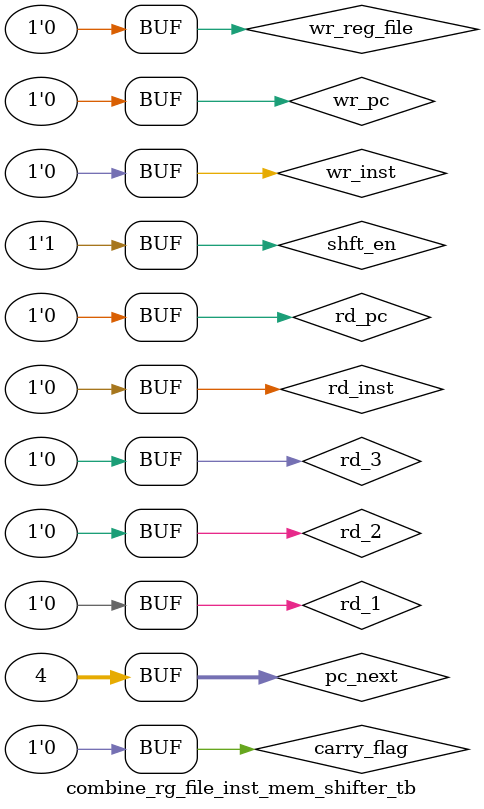
<source format=v>
module combine_rg_file_inst_mem_shifter_tb();
  
  reg rd_1,rd_2,rd_3,rd_pc,wr_reg_file,wr_pc,rd_inst,wr_inst,shft_en,carry_flag;
  reg [31:0] data_wr_reg_file,pc_next,inst_wr_data;
  wire [31:0] reg_out1,operand2_shftd;
  wire carry_out;
  
  //following used as intermediates
  wire [31:0] pc_data,inst,reg_out2,reg_out3;
  
  
  instruction_memory inst_mem_1(.inst_address(pc_data),.inst_read(rd_inst),.inst_write(wr_inst),.inst_write_data(inst_wr_data),.inst_out(inst));
  
  register_32 reg_file(.read_1(rd_1),.read_2(rd_2),.read_3(rd_3),.read_pc(rd_pc),.write(wr_reg_file)
  ,.write_pc(wr_pc),.src1_add(inst[19:16]),.src2_add(inst[3:0]),.src3_add(inst[11:8])
  ,.dest_add(inst[15:12]),.data_write(data_wr_reg_file),.pc_next(pc_next),.pc_data(pc_data)
  ,.out_src1(reg_out1),.out_src2(reg_out2),.out_src3(reg_out3));
  
  shifter_rotater shift_device(.in_data(reg_out2),.shift_amt_reg(reg_out3),.shift_control(inst[6:4])
  ,.shift_amt_imm(inst[11:7]),.enable(shft_en),.carry_flag(carry_flag),
  .out_data(operand2_shftd),.carry_out_flag(carry_out));
  
  initial
  begin
    rd_1=0;
    rd_2=0;
    rd_3=0;
    rd_pc=0;
    wr_reg_file=0;
    wr_pc=0;
    rd_inst=0;
    wr_inst=0;
    shft_en=0;
    carry_flag=0;
    
    #2rd_pc=1;
    #2rd_pc=0;
      rd_inst=1;
      
    #2rd_inst=0;
      rd_1=1;
      rd_2=1;
      
    #2rd_1=0;
      rd_2=0;
      shft_en=1;
      pc_next=32'h00000004;
      wr_pc=1;
      
    #2
    rd_1=0;
    rd_2=0;
    rd_3=0;
    rd_pc=1;
    wr_reg_file=0;
    wr_pc=0;
    rd_inst=0;
    wr_inst=0;
    shft_en=0;
    carry_flag=0;
    
    
    #2rd_pc=0;
      rd_inst=1;
      
    #2rd_inst=0;
      rd_1=1;
      rd_2=1;
      
    #2rd_1=0;
      rd_2=0;
      shft_en=1;
  end
      
  
endmodule
  

</source>
